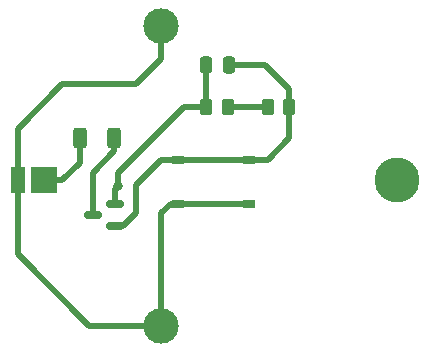
<source format=gbr>
%TF.GenerationSoftware,KiCad,Pcbnew,7.0.5*%
%TF.CreationDate,2024-01-30T14:43:17+01:00*%
%TF.ProjectId,DelaySw,44656c61-7953-4772-9e6b-696361645f70,rev?*%
%TF.SameCoordinates,Original*%
%TF.FileFunction,Copper,L1,Top*%
%TF.FilePolarity,Positive*%
%FSLAX46Y46*%
G04 Gerber Fmt 4.6, Leading zero omitted, Abs format (unit mm)*
G04 Created by KiCad (PCBNEW 7.0.5) date 2024-01-30 14:43:17*
%MOMM*%
%LPD*%
G01*
G04 APERTURE LIST*
G04 Aperture macros list*
%AMRoundRect*
0 Rectangle with rounded corners*
0 $1 Rounding radius*
0 $2 $3 $4 $5 $6 $7 $8 $9 X,Y pos of 4 corners*
0 Add a 4 corners polygon primitive as box body*
4,1,4,$2,$3,$4,$5,$6,$7,$8,$9,$2,$3,0*
0 Add four circle primitives for the rounded corners*
1,1,$1+$1,$2,$3*
1,1,$1+$1,$4,$5*
1,1,$1+$1,$6,$7*
1,1,$1+$1,$8,$9*
0 Add four rect primitives between the rounded corners*
20,1,$1+$1,$2,$3,$4,$5,0*
20,1,$1+$1,$4,$5,$6,$7,0*
20,1,$1+$1,$6,$7,$8,$9,0*
20,1,$1+$1,$8,$9,$2,$3,0*%
G04 Aperture macros list end*
%TA.AperFunction,SMDPad,CuDef*%
%ADD10RoundRect,0.250000X0.250000X0.475000X-0.250000X0.475000X-0.250000X-0.475000X0.250000X-0.475000X0*%
%TD*%
%TA.AperFunction,SMDPad,CuDef*%
%ADD11RoundRect,0.150000X0.587500X0.150000X-0.587500X0.150000X-0.587500X-0.150000X0.587500X-0.150000X0*%
%TD*%
%TA.AperFunction,SMDPad,CuDef*%
%ADD12RoundRect,0.250000X-0.312500X-0.625000X0.312500X-0.625000X0.312500X0.625000X-0.312500X0.625000X0*%
%TD*%
%TA.AperFunction,SMDPad,CuDef*%
%ADD13R,2.200000X2.200000*%
%TD*%
%TA.AperFunction,SMDPad,CuDef*%
%ADD14R,1.250000X2.200000*%
%TD*%
%TA.AperFunction,SMDPad,CuDef*%
%ADD15RoundRect,0.250000X0.262500X0.450000X-0.262500X0.450000X-0.262500X-0.450000X0.262500X-0.450000X0*%
%TD*%
%TA.AperFunction,SMDPad,CuDef*%
%ADD16R,1.000000X0.750000*%
%TD*%
%TA.AperFunction,ComponentPad*%
%ADD17C,3.000000*%
%TD*%
%TA.AperFunction,ViaPad*%
%ADD18C,3.810000*%
%TD*%
%TA.AperFunction,ViaPad*%
%ADD19C,0.800000*%
%TD*%
%TA.AperFunction,Conductor*%
%ADD20C,0.500000*%
%TD*%
G04 APERTURE END LIST*
D10*
%TO.P,C1,1*%
%TO.N,Net-(Q1-G)*%
X44958000Y-32004000D03*
%TO.P,C1,2*%
%TO.N,Net-(Q1-S)*%
X43058000Y-32004000D03*
%TD*%
D11*
%TO.P,Q1,1,G*%
%TO.N,Net-(Q1-G)*%
X35306000Y-45654000D03*
%TO.P,Q1,2,S*%
%TO.N,Net-(Q1-S)*%
X35306000Y-43754000D03*
%TO.P,Q1,3,D*%
%TO.N,Net-(Q1-D)*%
X33431000Y-44704000D03*
%TD*%
D12*
%TO.P,R3,1*%
%TO.N,Net-(D2-K)*%
X32319500Y-38227000D03*
%TO.P,R3,2*%
%TO.N,Net-(Q1-D)*%
X35244500Y-38227000D03*
%TD*%
D13*
%TO.P,D2,1,K*%
%TO.N,Net-(D2-K)*%
X29348000Y-41783000D03*
D14*
%TO.P,D2,2,A*%
%TO.N,Net-(D2-A)*%
X27073000Y-41783000D03*
%TD*%
D15*
%TO.P,R1,1*%
%TO.N,Net-(Q1-G)*%
X50061500Y-35560000D03*
%TO.P,R1,2*%
%TO.N,Net-(R1-Pad2)*%
X48236500Y-35560000D03*
%TD*%
D16*
%TO.P,SW1,1,1*%
%TO.N,Net-(D2-A)*%
X46688000Y-43785000D03*
X40688000Y-43785000D03*
%TO.P,SW1,2,2*%
%TO.N,Net-(Q1-G)*%
X46688000Y-40035000D03*
X40688000Y-40035000D03*
%TD*%
D15*
%TO.P,R2,1*%
%TO.N,Net-(R1-Pad2)*%
X44878000Y-35560000D03*
%TO.P,R2,2*%
%TO.N,Net-(Q1-S)*%
X43053000Y-35560000D03*
%TD*%
D17*
%TO.P,CR2032,1*%
%TO.N,Net-(D2-A)*%
X39249000Y-54102000D03*
X39249000Y-28702000D03*
%TD*%
D18*
%TO.N,*%
X59182000Y-41783000D03*
D19*
%TO.N,Net-(Q1-S)*%
X35560000Y-42291000D03*
%TD*%
D20*
%TO.N,Net-(Q1-G)*%
X46688000Y-40035000D02*
X48230000Y-40035000D01*
X48006000Y-32004000D02*
X50061500Y-34059500D01*
X48230000Y-40035000D02*
X50061500Y-38203500D01*
X44958000Y-32004000D02*
X48006000Y-32004000D01*
X35306000Y-45654000D02*
X36007000Y-45654000D01*
X37084000Y-44577000D02*
X37084000Y-42164000D01*
X36007000Y-45654000D02*
X37084000Y-44577000D01*
X39213000Y-40035000D02*
X40688000Y-40035000D01*
X50061500Y-38203500D02*
X50061500Y-35560000D01*
X50061500Y-34059500D02*
X50061500Y-35560000D01*
X37084000Y-42164000D02*
X39213000Y-40035000D01*
X40688000Y-40035000D02*
X46688000Y-40035000D01*
%TO.N,Net-(Q1-S)*%
X41148000Y-35560000D02*
X43053000Y-35560000D01*
X35306000Y-43754000D02*
X35306000Y-42545000D01*
X35306000Y-42545000D02*
X35560000Y-42291000D01*
X35560000Y-41148000D02*
X41148000Y-35560000D01*
X43053000Y-32009000D02*
X43058000Y-32004000D01*
X35560000Y-42291000D02*
X35560000Y-41148000D01*
X43053000Y-35560000D02*
X43053000Y-32009000D01*
%TO.N,Net-(D2-K)*%
X30861000Y-41783000D02*
X32319500Y-40324500D01*
X32319500Y-40324500D02*
X32319500Y-38227000D01*
X29348000Y-41783000D02*
X30861000Y-41783000D01*
%TO.N,Net-(D2-A)*%
X27073000Y-37443000D02*
X30861000Y-33655000D01*
X39249000Y-31490000D02*
X39249000Y-28702000D01*
X37084000Y-33655000D02*
X39249000Y-31490000D01*
X33147000Y-54102000D02*
X39249000Y-54102000D01*
X39249000Y-44571000D02*
X40035000Y-43785000D01*
X39249000Y-54102000D02*
X39249000Y-44571000D01*
X27073000Y-41783000D02*
X27073000Y-37443000D01*
X27073000Y-48028000D02*
X33147000Y-54102000D01*
X27073000Y-41783000D02*
X27073000Y-48028000D01*
X40688000Y-43785000D02*
X46688000Y-43785000D01*
X40035000Y-43785000D02*
X40688000Y-43785000D01*
X30861000Y-33655000D02*
X37084000Y-33655000D01*
%TO.N,Net-(Q1-D)*%
X33431000Y-41118000D02*
X35244500Y-39304500D01*
X33431000Y-44704000D02*
X33431000Y-41118000D01*
X35244500Y-39304500D02*
X35244500Y-38227000D01*
%TO.N,Net-(R1-Pad2)*%
X44878000Y-35560000D02*
X48236500Y-35560000D01*
%TD*%
M02*

</source>
